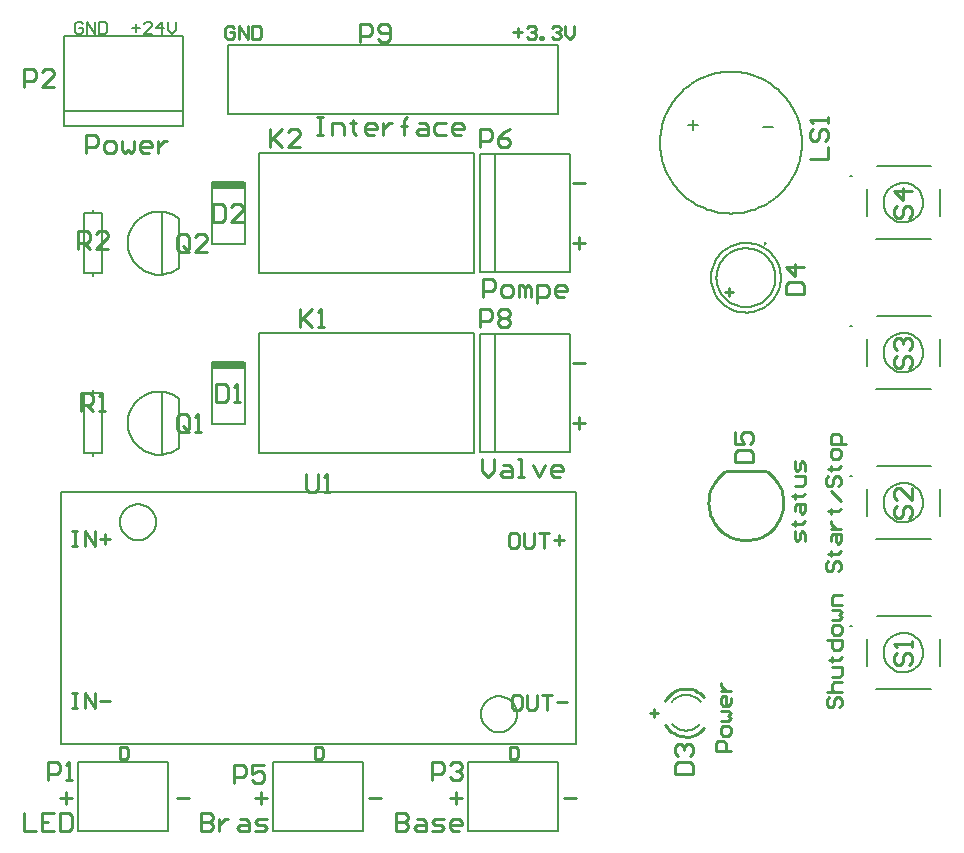
<source format=gto>
G04*
G04 #@! TF.GenerationSoftware,Altium Limited,Altium Designer,21.1.1 (26)*
G04*
G04 Layer_Color=65535*
%FSLAX25Y25*%
%MOIN*%
G70*
G04*
G04 #@! TF.SameCoordinates,592B810C-F54D-4935-B22E-3467A51DD14B*
G04*
G04*
G04 #@! TF.FilePolarity,Positive*
G04*
G01*
G75*
%ADD10C,0.00600*%
%ADD11C,0.01000*%
%ADD12C,0.00000*%
%ADD13C,0.00500*%
%ADD14C,0.00787*%
%ADD15C,0.00800*%
%ADD16C,0.00900*%
%ADD17R,0.11024X0.03150*%
D10*
X247354Y47527D02*
X246743Y48243D01*
X246027Y48854D01*
X245224Y49346D01*
X244354Y49706D01*
X243439Y49926D01*
X242500Y50000D01*
X242500D02*
X241579Y49929D01*
X240679Y49717D01*
X239823Y49370D01*
X239030Y48895D01*
X238319Y48304D01*
X237708Y47611D01*
X242500Y38000D02*
X243583Y38099D01*
X244631Y38391D01*
X245608Y38868D01*
X246483Y39513D01*
X247228Y40306D01*
X237772D02*
X238516Y39513D01*
X239392Y38868D01*
X240369Y38391D01*
X241417Y38099D01*
X242500Y38000D01*
D11*
X248628Y49142D02*
X247941Y49864D01*
X247170Y50495D01*
X246326Y51026D01*
X245423Y51447D01*
X244474Y51753D01*
X243495Y51938D01*
X242500Y52000D01*
X242500D02*
X241541Y51942D01*
X240595Y51770D01*
X239677Y51485D01*
X238799Y51092D01*
X237975Y50597D01*
X237217Y50007D01*
X236534Y49330D01*
X235938Y48576D01*
X235437Y47756D01*
X242500Y36000D02*
X243495Y36062D01*
X244474Y36247D01*
X245423Y36553D01*
X246326Y36974D01*
X247170Y37505D01*
X247941Y38136D01*
X248628Y38858D01*
X235572Y40000D02*
X236153Y39130D01*
X236843Y38343D01*
X237630Y37653D01*
X238500Y37072D01*
X239438Y36609D01*
X240429Y36273D01*
X241456Y36068D01*
X242500Y36000D01*
X256069Y124719D02*
X255233Y124170D01*
X254443Y123557D01*
X253705Y122882D01*
X253023Y122151D01*
X252402Y121368D01*
X251846Y120537D01*
X251357Y119665D01*
X250940Y118756D01*
X250597Y117817D01*
X250330Y116853D01*
X250141Y115872D01*
X250031Y114878D01*
X250001Y113878D01*
X250050Y112880D01*
X250180Y111888D01*
X250388Y110910D01*
X250674Y109952D01*
X251035Y109020D01*
X251469Y108120D01*
X251975Y107257D01*
X252547Y106437D01*
X253184Y105666D01*
X253879Y104948D01*
X254630Y104288D01*
X255432Y103690D01*
X256278Y103158D01*
X257165Y102696D01*
X258085Y102305D01*
X259034Y101990D01*
X260005Y101751D01*
X260992Y101591D01*
X261988Y101511D01*
X262988Y101509D01*
X263985Y101588D01*
X264972Y101747D01*
X265944Y101984D01*
X266893Y102297D01*
X267814Y102686D01*
X268702Y103147D01*
X269549Y103677D01*
X270352Y104274D01*
X271104Y104932D01*
X271801Y105649D01*
X272439Y106419D01*
X273013Y107238D01*
X273520Y108099D01*
X273956Y108999D01*
X274319Y109931D01*
X274606Y110888D01*
X274816Y111866D01*
X274948Y112857D01*
X274999Y113855D01*
X274971Y114855D01*
X274863Y115849D01*
X274675Y116831D01*
X274410Y117795D01*
X274069Y118735D01*
X273653Y119644D01*
X273166Y120517D01*
X272611Y121349D01*
X271992Y122134D01*
X271311Y122866D01*
X270574Y123542D01*
X269786Y124157D01*
X268951Y124707D01*
X256069Y124719D02*
X268939D01*
X230500Y43833D02*
X233166D01*
X231833Y45166D02*
Y42500D01*
X256833Y185500D02*
Y182834D01*
X258166Y184167D02*
X255500D01*
X185999Y103998D02*
X184333D01*
X183500Y103165D01*
Y99833D01*
X184333Y99000D01*
X185999D01*
X186832Y99833D01*
Y103165D01*
X185999Y103998D01*
X188498D02*
Y99833D01*
X189331Y99000D01*
X190998D01*
X191831Y99833D01*
Y103998D01*
X193497D02*
X196829D01*
X195163D01*
Y99000D01*
X198495Y101499D02*
X201827D01*
X200161Y103165D02*
Y99833D01*
X186999Y49998D02*
X185333D01*
X184500Y49165D01*
Y45833D01*
X185333Y45000D01*
X186999D01*
X187832Y45833D01*
Y49165D01*
X186999Y49998D01*
X189498D02*
Y45833D01*
X190331Y45000D01*
X191998D01*
X192831Y45833D01*
Y49998D01*
X194497D02*
X197829D01*
X196163D01*
Y45000D01*
X199495Y47499D02*
X202827D01*
X38000Y50498D02*
X39666D01*
X38833D01*
Y45500D01*
X38000D01*
X39666D01*
X42165D02*
Y50498D01*
X45498Y45500D01*
Y50498D01*
X47164Y47999D02*
X50496D01*
X38000Y104498D02*
X39666D01*
X38833D01*
Y99500D01*
X38000D01*
X39666D01*
X42165D02*
Y104498D01*
X45498Y99500D01*
Y104498D01*
X47164Y101999D02*
X50496D01*
X48830Y103665D02*
Y100333D01*
X91999Y272249D02*
X91249Y272998D01*
X89750D01*
X89000Y272249D01*
Y269250D01*
X89750Y268500D01*
X91249D01*
X91999Y269250D01*
Y270749D01*
X90500D01*
X93499Y268500D02*
Y272998D01*
X96498Y268500D01*
Y272998D01*
X97997D02*
Y268500D01*
X100246D01*
X100996Y269250D01*
Y272249D01*
X100246Y272998D01*
X97997D01*
X185000Y270749D02*
X187999D01*
X186500Y272249D02*
Y269250D01*
X189499Y272249D02*
X190248Y272998D01*
X191748D01*
X192498Y272249D01*
Y271499D01*
X191748Y270749D01*
X190998D01*
X191748D01*
X192498Y270000D01*
Y269250D01*
X191748Y268500D01*
X190248D01*
X189499Y269250D01*
X193997Y268500D02*
Y269250D01*
X194747D01*
Y268500D01*
X193997D01*
X197746Y272249D02*
X198496Y272998D01*
X199995D01*
X200745Y272249D01*
Y271499D01*
X199995Y270749D01*
X199245D01*
X199995D01*
X200745Y270000D01*
Y269250D01*
X199995Y268500D01*
X198496D01*
X197746Y269250D01*
X202244Y272998D02*
Y270000D01*
X203744Y268500D01*
X205243Y270000D01*
Y272998D01*
X205000Y200499D02*
X208999D01*
X206999Y202499D02*
Y198500D01*
X205000Y220500D02*
X208999D01*
X205000Y160500D02*
X208999D01*
X205000Y140499D02*
X208999D01*
X206999Y142499D02*
Y138500D01*
X34000Y15499D02*
X37999D01*
X35999Y17499D02*
Y13500D01*
X99000Y15499D02*
X102999D01*
X100999Y17499D02*
Y13500D01*
X164000Y15499D02*
X167999D01*
X165999Y17499D02*
Y13500D01*
X202000Y15500D02*
X205999D01*
X137000D02*
X140999D01*
X73000D02*
X76999D01*
X54000Y32499D02*
Y28500D01*
X55999D01*
X56666Y29166D01*
Y31832D01*
X55999Y32499D01*
X54000D01*
X119000D02*
Y28500D01*
X120999D01*
X121666Y29166D01*
Y31832D01*
X120999Y32499D01*
X119000D01*
X184000D02*
Y28500D01*
X185999D01*
X186666Y29166D01*
Y31832D01*
X185999Y32499D01*
X184000D01*
X239001Y23502D02*
X244999D01*
Y26501D01*
X243999Y27500D01*
X240001D01*
X239001Y26501D01*
Y23502D01*
X240001Y29500D02*
X239001Y30499D01*
Y32499D01*
X240001Y33498D01*
X241000D01*
X242000Y32499D01*
Y31499D01*
Y32499D01*
X243000Y33498D01*
X243999D01*
X244999Y32499D01*
Y30499D01*
X243999Y29500D01*
X276001Y183502D02*
X281999D01*
Y186501D01*
X280999Y187500D01*
X277001D01*
X276001Y186501D01*
Y183502D01*
X281999Y192499D02*
X276001D01*
X279000Y189500D01*
Y193498D01*
X259001Y127502D02*
X264999D01*
Y130501D01*
X263999Y131500D01*
X260001D01*
X259001Y130501D01*
Y127502D01*
Y137498D02*
Y133500D01*
X262000D01*
X261000Y135499D01*
Y136499D01*
X262000Y137498D01*
X263999D01*
X264999Y136499D01*
Y134499D01*
X263999Y133500D01*
X284001Y228502D02*
X289999D01*
Y232501D01*
X285001Y238499D02*
X284001Y237499D01*
Y235500D01*
X285001Y234500D01*
X286000D01*
X287000Y235500D01*
Y237499D01*
X288000Y238499D01*
X288999D01*
X289999Y237499D01*
Y235500D01*
X288999Y234500D01*
X289999Y240498D02*
Y242498D01*
Y241498D01*
X284001D01*
X285001Y240498D01*
X313001Y64000D02*
X312001Y63000D01*
Y61001D01*
X313001Y60001D01*
X314000D01*
X315000Y61001D01*
Y63000D01*
X316000Y64000D01*
X316999D01*
X317999Y63000D01*
Y61001D01*
X316999Y60001D01*
X317999Y65999D02*
Y67999D01*
Y66999D01*
X312001D01*
X313001Y65999D01*
Y113000D02*
X312001Y112001D01*
Y110001D01*
X313001Y109002D01*
X314000D01*
X315000Y110001D01*
Y112001D01*
X316000Y113000D01*
X316999D01*
X317999Y112001D01*
Y110001D01*
X316999Y109002D01*
X317999Y118998D02*
Y115000D01*
X314000Y118998D01*
X313001D01*
X312001Y117999D01*
Y115999D01*
X313001Y115000D01*
Y213000D02*
X312001Y212001D01*
Y210001D01*
X313001Y209002D01*
X314000D01*
X315000Y210001D01*
Y212001D01*
X316000Y213000D01*
X316999D01*
X317999Y212001D01*
Y210001D01*
X316999Y209002D01*
X317999Y217999D02*
X312001D01*
X315000Y215000D01*
Y218998D01*
X313001Y163000D02*
X312001Y162001D01*
Y160001D01*
X313001Y159002D01*
X314000D01*
X315000Y160001D01*
Y162001D01*
X316000Y163000D01*
X316999D01*
X317999Y162001D01*
Y160001D01*
X316999Y159002D01*
X313001Y165000D02*
X312001Y165999D01*
Y167999D01*
X313001Y168998D01*
X314000D01*
X315000Y167999D01*
Y166999D01*
Y167999D01*
X316000Y168998D01*
X316999D01*
X317999Y167999D01*
Y165999D01*
X316999Y165000D01*
X86001Y153499D02*
Y147501D01*
X89000D01*
X90000Y148501D01*
Y152499D01*
X89000Y153499D01*
X86001D01*
X91999Y147501D02*
X93999D01*
X92999D01*
Y153499D01*
X91999Y152499D01*
X85002Y213499D02*
Y207501D01*
X88001D01*
X89000Y208501D01*
Y212499D01*
X88001Y213499D01*
X85002D01*
X94998Y207501D02*
X91000D01*
X94998Y211500D01*
Y212499D01*
X93999Y213499D01*
X91999D01*
X91000Y212499D01*
X114001Y178499D02*
Y172501D01*
Y174500D01*
X118000Y178499D01*
X115001Y175500D01*
X118000Y172501D01*
X119999D02*
X121999D01*
X120999D01*
Y178499D01*
X119999Y177499D01*
X104002Y238499D02*
Y232501D01*
Y234500D01*
X108000Y238499D01*
X105001Y235500D01*
X108000Y232501D01*
X113998D02*
X110000D01*
X113998Y236500D01*
Y237499D01*
X112999Y238499D01*
X110999D01*
X110000Y237499D01*
X22002Y252501D02*
Y258499D01*
X25001D01*
X26000Y257499D01*
Y255500D01*
X25001Y254500D01*
X22002D01*
X31998Y252501D02*
X28000D01*
X31998Y256500D01*
Y257499D01*
X30999Y258499D01*
X28999D01*
X28000Y257499D01*
X42504Y230501D02*
Y236499D01*
X45503D01*
X46503Y235499D01*
Y233500D01*
X45503Y232500D01*
X42504D01*
X49502Y230501D02*
X51502D01*
X52501Y231501D01*
Y233500D01*
X51502Y234500D01*
X49502D01*
X48502Y233500D01*
Y231501D01*
X49502Y230501D01*
X54501Y234500D02*
Y231501D01*
X55500Y230501D01*
X56500Y231501D01*
X57499Y230501D01*
X58499Y231501D01*
Y234500D01*
X63498Y230501D02*
X61498D01*
X60499Y231501D01*
Y233500D01*
X61498Y234500D01*
X63498D01*
X64497Y233500D01*
Y232500D01*
X60499D01*
X66497Y234500D02*
Y230501D01*
Y232500D01*
X67496Y233500D01*
X68496Y234500D01*
X69496D01*
X158002Y21501D02*
Y27499D01*
X161001D01*
X162000Y26499D01*
Y24500D01*
X161001Y23500D01*
X158002D01*
X164000Y26499D02*
X164999Y27499D01*
X166999D01*
X167998Y26499D01*
Y25500D01*
X166999Y24500D01*
X165999D01*
X166999D01*
X167998Y23500D01*
Y22501D01*
X166999Y21501D01*
X164999D01*
X164000Y22501D01*
X146004Y10499D02*
Y4501D01*
X149003D01*
X150002Y5501D01*
Y6500D01*
X149003Y7500D01*
X146004D01*
X149003D01*
X150002Y8500D01*
Y9499D01*
X149003Y10499D01*
X146004D01*
X153001Y8500D02*
X155001D01*
X156000Y7500D01*
Y4501D01*
X153001D01*
X152002Y5501D01*
X153001Y6500D01*
X156000D01*
X158000Y4501D02*
X160999D01*
X161998Y5501D01*
X160999Y6500D01*
X158999D01*
X158000Y7500D01*
X158999Y8500D01*
X161998D01*
X166997Y4501D02*
X164997D01*
X163998Y5501D01*
Y7500D01*
X164997Y8500D01*
X166997D01*
X167997Y7500D01*
Y6500D01*
X163998D01*
X92002Y20501D02*
Y26499D01*
X95001D01*
X96000Y25499D01*
Y23500D01*
X95001Y22500D01*
X92002D01*
X101998Y26499D02*
X98000D01*
Y23500D01*
X99999Y24500D01*
X100999D01*
X101998Y23500D01*
Y21501D01*
X100999Y20501D01*
X98999D01*
X98000Y21501D01*
X81004Y10499D02*
Y4501D01*
X84003D01*
X85002Y5501D01*
Y6500D01*
X84003Y7500D01*
X81004D01*
X84003D01*
X85002Y8500D01*
Y9499D01*
X84003Y10499D01*
X81004D01*
X87002Y8500D02*
Y4501D01*
Y6500D01*
X88001Y7500D01*
X89001Y8500D01*
X90001D01*
X93999D02*
X95999D01*
X96998Y7500D01*
Y4501D01*
X93999D01*
X93000Y5501D01*
X93999Y6500D01*
X96998D01*
X98998Y4501D02*
X101997D01*
X102997Y5501D01*
X101997Y6500D01*
X99997D01*
X98998Y7500D01*
X99997Y8500D01*
X102997D01*
X174002Y232501D02*
Y238499D01*
X177001D01*
X178000Y237499D01*
Y235500D01*
X177001Y234500D01*
X174002D01*
X183998Y238499D02*
X181999Y237499D01*
X180000Y235500D01*
Y233501D01*
X180999Y232501D01*
X182999D01*
X183998Y233501D01*
Y234500D01*
X182999Y235500D01*
X180000D01*
X175004Y182501D02*
Y188499D01*
X178004D01*
X179003Y187499D01*
Y185500D01*
X178004Y184500D01*
X175004D01*
X182002Y182501D02*
X184002D01*
X185001Y183500D01*
Y185500D01*
X184002Y186499D01*
X182002D01*
X181003Y185500D01*
Y183500D01*
X182002Y182501D01*
X187001D02*
Y186499D01*
X188000D01*
X189000Y185500D01*
Y182501D01*
Y185500D01*
X190000Y186499D01*
X190999Y185500D01*
Y182501D01*
X192999Y180501D02*
Y186499D01*
X195998D01*
X196997Y185500D01*
Y183500D01*
X195998Y182501D01*
X192999D01*
X201996D02*
X199996D01*
X198997Y183500D01*
Y185500D01*
X199996Y186499D01*
X201996D01*
X202995Y185500D01*
Y184500D01*
X198997D01*
X174002Y172501D02*
Y178499D01*
X177001D01*
X178000Y177499D01*
Y175500D01*
X177001Y174500D01*
X174002D01*
X180000Y177499D02*
X180999Y178499D01*
X182999D01*
X183998Y177499D01*
Y176500D01*
X182999Y175500D01*
X183998Y174500D01*
Y173501D01*
X182999Y172501D01*
X180999D01*
X180000Y173501D01*
Y174500D01*
X180999Y175500D01*
X180000Y176500D01*
Y177499D01*
X180999Y175500D02*
X182999D01*
X174504Y128499D02*
Y124500D01*
X176504Y122501D01*
X178503Y124500D01*
Y128499D01*
X181502Y126500D02*
X183502D01*
X184501Y125500D01*
Y122501D01*
X181502D01*
X180502Y123501D01*
X181502Y124500D01*
X184501D01*
X186501Y122501D02*
X188500D01*
X187500D01*
Y128499D01*
X186501D01*
X191499Y126500D02*
X193498Y122501D01*
X195498Y126500D01*
X200496Y122501D02*
X198497D01*
X197497Y123501D01*
Y125500D01*
X198497Y126500D01*
X200496D01*
X201496Y125500D01*
Y124500D01*
X197497D01*
X134002Y267501D02*
Y273499D01*
X137001D01*
X138000Y272499D01*
Y270500D01*
X137001Y269500D01*
X134002D01*
X140000Y268501D02*
X140999Y267501D01*
X142999D01*
X143998Y268501D01*
Y272499D01*
X142999Y273499D01*
X140999D01*
X140000Y272499D01*
Y271500D01*
X140999Y270500D01*
X143998D01*
X119508Y242499D02*
X121507D01*
X120508D01*
Y236501D01*
X119508D01*
X121507D01*
X124506D02*
Y240500D01*
X127505D01*
X128505Y239500D01*
Y236501D01*
X131504Y241499D02*
Y240500D01*
X130504D01*
X132504D01*
X131504D01*
Y237501D01*
X132504Y236501D01*
X138502D02*
X136502D01*
X135503Y237501D01*
Y239500D01*
X136502Y240500D01*
X138502D01*
X139502Y239500D01*
Y238500D01*
X135503D01*
X141501Y240500D02*
Y236501D01*
Y238500D01*
X142500Y239500D01*
X143500Y240500D01*
X144500D01*
X148499Y236501D02*
Y241499D01*
Y239500D01*
X147499D01*
X149498D01*
X148499D01*
Y241499D01*
X149498Y242499D01*
X153497Y240500D02*
X155496D01*
X156496Y239500D01*
Y236501D01*
X153497D01*
X152497Y237501D01*
X153497Y238500D01*
X156496D01*
X162494Y240500D02*
X159495D01*
X158495Y239500D01*
Y237501D01*
X159495Y236501D01*
X162494D01*
X167492D02*
X165493D01*
X164493Y237501D01*
Y239500D01*
X165493Y240500D01*
X167492D01*
X168492Y239500D01*
Y238500D01*
X164493D01*
X77000Y138501D02*
Y142499D01*
X76000Y143499D01*
X74001D01*
X73001Y142499D01*
Y138501D01*
X74001Y137501D01*
X76000D01*
X75001Y139500D02*
X77000Y137501D01*
X76000D02*
X77000Y138501D01*
X78999Y137501D02*
X80999D01*
X79999D01*
Y143499D01*
X78999Y142499D01*
X77000Y198501D02*
Y202499D01*
X76001Y203499D01*
X74001D01*
X73002Y202499D01*
Y198501D01*
X74001Y197501D01*
X76001D01*
X75001Y199500D02*
X77000Y197501D01*
X76001D02*
X77000Y198501D01*
X82998Y197501D02*
X79000D01*
X82998Y201500D01*
Y202499D01*
X81999Y203499D01*
X79999D01*
X79000Y202499D01*
X41001Y144501D02*
Y150499D01*
X44000D01*
X45000Y149499D01*
Y147500D01*
X44000Y146500D01*
X41001D01*
X43001D02*
X45000Y144501D01*
X46999D02*
X48999D01*
X47999D01*
Y150499D01*
X46999Y149499D01*
X40002Y198501D02*
Y204499D01*
X43001D01*
X44000Y203499D01*
Y201500D01*
X43001Y200500D01*
X40002D01*
X42001D02*
X44000Y198501D01*
X49998D02*
X46000D01*
X49998Y202500D01*
Y203499D01*
X48999Y204499D01*
X46999D01*
X46000Y203499D01*
X116001Y123499D02*
Y118501D01*
X117001Y117501D01*
X119000D01*
X120000Y118501D01*
Y123499D01*
X121999Y117501D02*
X123999D01*
X122999D01*
Y123499D01*
X121999Y122499D01*
X30001Y21501D02*
Y27499D01*
X33000D01*
X34000Y26499D01*
Y24500D01*
X33000Y23500D01*
X30001D01*
X35999Y21501D02*
X37999D01*
X36999D01*
Y27499D01*
X35999Y26499D01*
X22003Y10499D02*
Y4501D01*
X26001D01*
X31999Y10499D02*
X28001D01*
Y4501D01*
X31999D01*
X28001Y7500D02*
X30000D01*
X33999Y10499D02*
Y4501D01*
X36998D01*
X37997Y5501D01*
Y9499D01*
X36998Y10499D01*
X33999D01*
D12*
X269299Y200417D02*
X268549Y200850D01*
Y199984D01*
X269299Y200417D01*
D13*
X272342Y189000D02*
X272292Y189996D01*
X272141Y190981D01*
X271891Y191946D01*
X271545Y192882D01*
X271106Y193777D01*
X270578Y194623D01*
X269968Y195411D01*
X269281Y196134D01*
X268525Y196783D01*
X267706Y197353D01*
X266835Y197837D01*
X265918Y198230D01*
X264967Y198528D01*
X263990Y198729D01*
X262999Y198830D01*
X262001D01*
X261010Y198729D01*
X260033Y198528D01*
X259082Y198230D01*
X258165Y197837D01*
X257294Y197353D01*
X256475Y196783D01*
X255719Y196134D01*
X255032Y195411D01*
X254422Y194623D01*
X253894Y193777D01*
X253455Y192881D01*
X253109Y191946D01*
X252859Y190981D01*
X252708Y189996D01*
X252658Y189000D01*
X252708Y188004D01*
X252859Y187019D01*
X253109Y186054D01*
X253455Y185118D01*
X253894Y184223D01*
X254422Y183377D01*
X255032Y182589D01*
X255719Y181866D01*
X256475Y181217D01*
X257294Y180647D01*
X258165Y180163D01*
X259082Y179770D01*
X260033Y179472D01*
X261010Y179271D01*
X262001Y179170D01*
X262999D01*
X263990Y179271D01*
X264967Y179472D01*
X265918Y179770D01*
X266835Y180163D01*
X267706Y180647D01*
X268525Y181217D01*
X269281Y181866D01*
X269968Y182589D01*
X270578Y183377D01*
X271106Y184223D01*
X271545Y185119D01*
X271891Y186054D01*
X272141Y187019D01*
X272292Y188004D01*
X272342Y189000D01*
X274114D02*
X274071Y189998D01*
X273942Y190989D01*
X273729Y191966D01*
X273433Y192920D01*
X273055Y193845D01*
X272600Y194735D01*
X272069Y195582D01*
X271468Y196380D01*
X270800Y197124D01*
X270071Y197807D01*
X269286Y198425D01*
X268451Y198974D01*
X267571Y199449D01*
X266654Y199846D01*
X265707Y200163D01*
X264735Y200397D01*
X263747Y200547D01*
X262750Y200611D01*
X261751Y200590D01*
X260757Y200483D01*
X259777Y200290D01*
X258816Y200014D01*
X257883Y199657D01*
X256984Y199221D01*
X256126Y198709D01*
X255315Y198125D01*
X254557Y197473D01*
X253858Y196759D01*
X253223Y195987D01*
X252657Y195164D01*
X252163Y194295D01*
X251746Y193387D01*
X251409Y192446D01*
X251154Y191480D01*
X250982Y190495D01*
X250897Y189500D01*
Y188500D01*
X250982Y187505D01*
X251154Y186520D01*
X251409Y185554D01*
X251746Y184613D01*
X252163Y183705D01*
X252657Y182836D01*
X253223Y182013D01*
X253858Y181241D01*
X254557Y180527D01*
X255315Y179875D01*
X256126Y179291D01*
X256984Y178779D01*
X257883Y178343D01*
X258816Y177986D01*
X259776Y177710D01*
X260757Y177517D01*
X261751Y177410D01*
X262750Y177389D01*
X263747Y177453D01*
X264735Y177603D01*
X265707Y177837D01*
X266654Y178154D01*
X267571Y178551D01*
X268451Y179026D01*
X269286Y179575D01*
X270071Y180193D01*
X270800Y180876D01*
X271468Y181620D01*
X272069Y182418D01*
X272600Y183265D01*
X273055Y184155D01*
X273433Y185080D01*
X273729Y186034D01*
X273942Y187011D01*
X274071Y188002D01*
X274114Y189000D01*
X321595Y64000D02*
X321517Y65007D01*
X321287Y65990D01*
X320910Y66926D01*
X320394Y67794D01*
X319752Y68573D01*
X318998Y69245D01*
X318150Y69793D01*
X317229Y70206D01*
X316255Y70474D01*
X315253Y70590D01*
X314244Y70551D01*
X313253Y70359D01*
X312302Y70017D01*
X311416Y69535D01*
X310613Y68923D01*
X309912Y68196D01*
X309332Y67370D01*
X308884Y66465D01*
X308579Y65503D01*
X308425Y64505D01*
Y63495D01*
X308579Y62497D01*
X308884Y61535D01*
X309332Y60630D01*
X309912Y59804D01*
X310613Y59077D01*
X311416Y58465D01*
X312302Y57982D01*
X313253Y57641D01*
X314244Y57449D01*
X315253Y57410D01*
X316255Y57526D01*
X317229Y57794D01*
X318150Y58207D01*
X318998Y58755D01*
X319752Y59427D01*
X320394Y60206D01*
X320910Y61074D01*
X321287Y62010D01*
X321517Y62993D01*
X321595Y64000D01*
Y114000D02*
X321517Y115007D01*
X321287Y115990D01*
X320910Y116926D01*
X320394Y117794D01*
X319752Y118573D01*
X318998Y119245D01*
X318150Y119793D01*
X317229Y120206D01*
X316255Y120474D01*
X315253Y120590D01*
X314244Y120551D01*
X313253Y120359D01*
X312302Y120018D01*
X311416Y119535D01*
X310613Y118923D01*
X309912Y118196D01*
X309332Y117370D01*
X308884Y116465D01*
X308579Y115503D01*
X308425Y114505D01*
Y113495D01*
X308579Y112497D01*
X308884Y111535D01*
X309332Y110630D01*
X309912Y109804D01*
X310613Y109077D01*
X311416Y108465D01*
X312302Y107983D01*
X313253Y107641D01*
X314244Y107449D01*
X315253Y107410D01*
X316255Y107526D01*
X317229Y107794D01*
X318150Y108207D01*
X318998Y108755D01*
X319752Y109427D01*
X320394Y110206D01*
X320910Y111074D01*
X321287Y112010D01*
X321517Y112993D01*
X321595Y114000D01*
Y214000D02*
X321517Y215007D01*
X321287Y215990D01*
X320910Y216926D01*
X320394Y217794D01*
X319752Y218573D01*
X318998Y219245D01*
X318150Y219793D01*
X317229Y220206D01*
X316255Y220474D01*
X315253Y220590D01*
X314244Y220551D01*
X313253Y220359D01*
X312302Y220018D01*
X311416Y219535D01*
X310613Y218923D01*
X309912Y218196D01*
X309332Y217370D01*
X308884Y216465D01*
X308579Y215503D01*
X308425Y214505D01*
Y213495D01*
X308579Y212497D01*
X308884Y211535D01*
X309332Y210630D01*
X309912Y209804D01*
X310613Y209077D01*
X311416Y208465D01*
X312302Y207982D01*
X313253Y207641D01*
X314244Y207449D01*
X315253Y207410D01*
X316255Y207526D01*
X317229Y207794D01*
X318150Y208207D01*
X318998Y208755D01*
X319752Y209427D01*
X320394Y210206D01*
X320910Y211074D01*
X321287Y212010D01*
X321517Y212993D01*
X321595Y214000D01*
Y164000D02*
X321517Y165007D01*
X321287Y165990D01*
X320910Y166926D01*
X320394Y167794D01*
X319752Y168573D01*
X318998Y169245D01*
X318150Y169793D01*
X317229Y170206D01*
X316255Y170474D01*
X315253Y170590D01*
X314244Y170551D01*
X313253Y170359D01*
X312302Y170018D01*
X311416Y169535D01*
X310613Y168923D01*
X309912Y168196D01*
X309332Y167370D01*
X308884Y166465D01*
X308579Y165503D01*
X308425Y164505D01*
Y163495D01*
X308579Y162497D01*
X308884Y161535D01*
X309332Y160630D01*
X309912Y159804D01*
X310613Y159077D01*
X311416Y158465D01*
X312302Y157983D01*
X313253Y157641D01*
X314244Y157449D01*
X315253Y157410D01*
X316255Y157526D01*
X317229Y157794D01*
X318150Y158207D01*
X318998Y158755D01*
X319752Y159427D01*
X320394Y160206D01*
X320910Y161074D01*
X321287Y162010D01*
X321517Y162993D01*
X321595Y164000D01*
X67884Y130040D02*
X68882Y130176D01*
X69863Y130407D01*
X70817Y130730D01*
X71736Y131144D01*
X72610Y131644D01*
X73433Y132226D01*
X56927Y137430D02*
X57273Y136470D01*
X57710Y135547D01*
X58234Y134672D01*
X58841Y133852D01*
X59525Y133094D01*
X60279Y132406D01*
X61097Y131795D01*
X61970Y131266D01*
X62890Y130824D01*
X63849Y130474D01*
X64837Y130219D01*
X65845Y130060D01*
X66864Y130000D01*
X67884Y130040D01*
X73433Y148774D02*
X72602Y149360D01*
X71719Y149864D01*
X70791Y150279D01*
X69827Y150603D01*
X68837Y150832D01*
X67829Y150965D01*
X66813Y150999D01*
X65798Y150934D01*
X64794Y150772D01*
X63811Y150514D01*
X62858Y150162D01*
X61942Y149719D01*
X61074Y149189D01*
X60262Y148579D01*
X59512Y147892D01*
X58832Y147136D01*
X58228Y146318D01*
X57706Y145446D01*
X57271Y144527D01*
X56928Y143570D01*
X56927Y143570D02*
X56673Y142563D01*
X56520Y141537D01*
X56468Y140500D01*
X56520Y139463D01*
X56673Y138436D01*
X56927Y137430D01*
X67884Y190040D02*
X68882Y190176D01*
X69863Y190407D01*
X70817Y190731D01*
X71736Y191144D01*
X72610Y191644D01*
X73433Y192226D01*
X56927Y197430D02*
X57273Y196470D01*
X57710Y195547D01*
X58234Y194672D01*
X58841Y193851D01*
X59525Y193094D01*
X60279Y192406D01*
X61097Y191795D01*
X61970Y191266D01*
X62890Y190824D01*
X63849Y190474D01*
X64837Y190219D01*
X65845Y190060D01*
X66864Y190000D01*
X67884Y190040D01*
X73433Y208774D02*
X72602Y209360D01*
X71719Y209864D01*
X70791Y210279D01*
X69827Y210603D01*
X68837Y210832D01*
X67829Y210965D01*
X66813Y210999D01*
X65798Y210934D01*
X64794Y210772D01*
X63811Y210514D01*
X62858Y210162D01*
X61942Y209719D01*
X61074Y209189D01*
X60262Y208579D01*
X59512Y207892D01*
X58832Y207136D01*
X58228Y206318D01*
X57706Y205446D01*
X57271Y204527D01*
X56928Y203570D01*
X56927Y203570D02*
X56673Y202564D01*
X56520Y201537D01*
X56468Y200500D01*
X56520Y199463D01*
X56673Y198436D01*
X56927Y197430D01*
X65850Y107500D02*
X65768Y108488D01*
X65525Y109448D01*
X65127Y110356D01*
X64585Y111185D01*
X63914Y111914D01*
X63132Y112523D01*
X62260Y112995D01*
X61323Y113316D01*
X60346Y113479D01*
X59355D01*
X58377Y113316D01*
X57440Y112995D01*
X56568Y112523D01*
X55786Y111914D01*
X55115Y111185D01*
X54573Y110356D01*
X54175Y109448D01*
X53932Y108488D01*
X53850Y107500D01*
X53932Y106512D01*
X54175Y105552D01*
X54573Y104644D01*
X55115Y103815D01*
X55786Y103086D01*
X56568Y102477D01*
X57440Y102005D01*
X58377Y101684D01*
X59355Y101521D01*
X60346D01*
X61323Y101684D01*
X62260Y102005D01*
X63132Y102477D01*
X63914Y103086D01*
X64585Y103815D01*
X65127Y104644D01*
X65525Y105552D01*
X65768Y106512D01*
X65850Y107500D01*
X186150Y43500D02*
X186068Y44488D01*
X185825Y45448D01*
X185427Y46356D01*
X184885Y47185D01*
X184214Y47914D01*
X183432Y48523D01*
X182560Y48995D01*
X181623Y49316D01*
X180646Y49479D01*
X179655D01*
X178677Y49316D01*
X177740Y48995D01*
X176868Y48523D01*
X176086Y47914D01*
X175415Y47185D01*
X174873Y46356D01*
X174475Y45448D01*
X174232Y44488D01*
X174150Y43500D01*
X174232Y42512D01*
X174475Y41552D01*
X174873Y40644D01*
X175415Y39815D01*
X176086Y39086D01*
X176868Y38477D01*
X177740Y38005D01*
X178677Y37684D01*
X179655Y37521D01*
X180646D01*
X181623Y37684D01*
X182560Y38005D01*
X183432Y38477D01*
X184214Y39086D01*
X184885Y39815D01*
X185427Y40644D01*
X185825Y41552D01*
X186068Y42512D01*
X186150Y43500D01*
X305945Y51795D02*
X324055D01*
X302795Y59472D02*
Y68528D01*
X327205Y59472D02*
Y68528D01*
X306339Y76205D02*
X324055D01*
X305945Y101795D02*
X324055D01*
X302795Y109472D02*
Y118528D01*
X327205Y109472D02*
Y118528D01*
X306339Y126205D02*
X324055D01*
X306339Y226205D02*
X324055D01*
X327205Y209472D02*
Y218528D01*
X302795Y209472D02*
Y218528D01*
X305945Y201795D02*
X324055D01*
X305945Y151795D02*
X324055D01*
X302795Y159472D02*
Y168528D01*
X327205Y159472D02*
Y168528D01*
X306339Y176205D02*
X324055D01*
X100079Y130500D02*
Y170579D01*
X171732D01*
Y130500D02*
Y170579D01*
X100079Y130500D02*
X171732D01*
X100079Y190500D02*
Y230579D01*
X171732D01*
Y190500D02*
Y230579D01*
X100079Y190500D02*
X171732D01*
X73469Y132254D02*
Y148746D01*
X67969Y130048D02*
Y150952D01*
X73469Y192254D02*
Y208746D01*
X67969Y190048D02*
Y210952D01*
D14*
X281122Y234000D02*
X281101Y235003D01*
X281037Y236003D01*
X280931Y237000D01*
X280782Y237992D01*
X280592Y238977D01*
X280360Y239952D01*
X280087Y240917D01*
X279773Y241869D01*
X279419Y242808D01*
X279025Y243730D01*
X278593Y244635D01*
X278122Y245520D01*
X277615Y246385D01*
X277071Y247228D01*
X276492Y248046D01*
X275879Y248840D01*
X275233Y249606D01*
X274554Y250345D01*
X273845Y251054D01*
X273107Y251732D01*
X272340Y252379D01*
X271547Y252992D01*
X270728Y253571D01*
X269885Y254115D01*
X269020Y254622D01*
X268135Y255093D01*
X267230Y255525D01*
X266308Y255919D01*
X265370Y256273D01*
X264417Y256587D01*
X263452Y256860D01*
X262477Y257092D01*
X261492Y257282D01*
X260501Y257431D01*
X259503Y257537D01*
X258503Y257601D01*
X257500Y257622D01*
X256498Y257601D01*
X255497Y257537D01*
X254500Y257431D01*
X253508Y257282D01*
X252523Y257092D01*
X251548Y256860D01*
X250583Y256587D01*
X249631Y256273D01*
X248692Y255919D01*
X247770Y255525D01*
X246865Y255093D01*
X245980Y254622D01*
X245115Y254115D01*
X244272Y253571D01*
X243454Y252992D01*
X242660Y252379D01*
X241894Y251732D01*
X241155Y251054D01*
X240446Y250345D01*
X239768Y249606D01*
X239121Y248840D01*
X238508Y248046D01*
X237929Y247228D01*
X237385Y246385D01*
X236878Y245520D01*
X236407Y244635D01*
X235975Y243730D01*
X235581Y242808D01*
X235227Y241869D01*
X234913Y240917D01*
X234640Y239952D01*
X234408Y238977D01*
X234218Y237992D01*
X234069Y237000D01*
X233963Y236003D01*
X233899Y235002D01*
X233878Y234000D01*
X233899Y232997D01*
X233963Y231997D01*
X234069Y230999D01*
X234218Y230008D01*
X234408Y229023D01*
X234640Y228048D01*
X234913Y227083D01*
X235227Y226131D01*
X235581Y225192D01*
X235975Y224270D01*
X236407Y223365D01*
X236878Y222480D01*
X237385Y221615D01*
X237929Y220772D01*
X238508Y219953D01*
X239121Y219160D01*
X239768Y218393D01*
X240446Y217655D01*
X241155Y216946D01*
X241894Y216267D01*
X242660Y215621D01*
X243454Y215008D01*
X244272Y214429D01*
X245115Y213885D01*
X245980Y213378D01*
X246865Y212907D01*
X247770Y212475D01*
X248692Y212081D01*
X249631Y211727D01*
X250583Y211413D01*
X251548Y211140D01*
X252523Y210908D01*
X253508Y210718D01*
X254500Y210569D01*
X255497Y210463D01*
X256498Y210399D01*
X257500Y210378D01*
X258503Y210399D01*
X259503Y210463D01*
X260501Y210569D01*
X261492Y210718D01*
X262477Y210908D01*
X263452Y211140D01*
X264417Y211413D01*
X265370Y211727D01*
X266308Y212081D01*
X267230Y212475D01*
X268135Y212907D01*
X269021Y213378D01*
X269885Y213885D01*
X270728Y214429D01*
X271547Y215008D01*
X272340Y215621D01*
X273107Y216268D01*
X273845Y216946D01*
X274554Y217655D01*
X275233Y218394D01*
X275879Y219160D01*
X276492Y219954D01*
X277071Y220772D01*
X277615Y221615D01*
X278122Y222480D01*
X278593Y223365D01*
X279025Y224270D01*
X279419Y225192D01*
X279773Y226131D01*
X280087Y227083D01*
X280360Y228048D01*
X280592Y229023D01*
X280782Y230008D01*
X280931Y231000D01*
X281037Y231997D01*
X281101Y232997D01*
X281122Y234000D01*
X297894Y72858D02*
X297106D01*
X297894D01*
Y122858D02*
X297106D01*
X297894D01*
Y222858D02*
X297106D01*
X297894D01*
Y172858D02*
X297106D01*
X297894D01*
X95512Y140067D02*
Y160933D01*
X84488Y140067D02*
Y160933D01*
Y140067D02*
X95512D01*
Y200067D02*
Y220933D01*
X84488Y200067D02*
Y220933D01*
Y200067D02*
X95512D01*
X74700Y239500D02*
Y269500D01*
X35300D02*
X74700D01*
X35330Y239500D02*
X74700D01*
X35200D02*
Y269500D01*
X35500Y244500D02*
X74500D01*
X170000Y27500D02*
X200000D01*
Y4500D02*
Y27500D01*
X170000Y4500D02*
Y27500D01*
Y4500D02*
X200000D01*
X105000Y27500D02*
X135000D01*
Y4500D02*
Y27500D01*
X105000Y4500D02*
Y27500D01*
Y4500D02*
X135000D01*
X174000Y190800D02*
X204000D01*
Y230200D01*
X174000Y190800D02*
Y230170D01*
Y230300D02*
X204000D01*
X179000Y191000D02*
Y230000D01*
X174000Y130800D02*
X204000D01*
Y170200D01*
X174000Y130800D02*
Y170170D01*
Y170300D02*
X204000D01*
X179000Y131000D02*
Y170000D01*
X90000Y266500D02*
X200000D01*
Y243500D02*
Y266500D01*
X90000Y243500D02*
Y266500D01*
Y243500D02*
X200000D01*
X45000Y130500D02*
X48000D01*
Y150500D01*
X42000D02*
X48000D01*
X42000Y130500D02*
Y150500D01*
Y130500D02*
X45000D01*
Y150500D02*
Y151400D01*
Y129600D02*
Y130500D01*
Y190500D02*
X48000D01*
Y210500D01*
X42000D02*
X48000D01*
X42000Y190500D02*
Y210500D01*
Y190500D02*
X45000D01*
Y210500D02*
Y211400D01*
Y189600D02*
Y190500D01*
X34250Y33500D02*
Y117500D01*
X205750Y33500D02*
Y117500D01*
X34250D02*
X205750D01*
X34250Y33500D02*
X205750D01*
X40000Y4500D02*
X70000D01*
X40000D02*
Y27500D01*
X70000Y4500D02*
Y27500D01*
X40000D02*
X70000D01*
D15*
X243300Y239966D02*
X246632D01*
X244966Y241632D02*
Y238300D01*
X268300Y239300D02*
X271632D01*
X57800Y272299D02*
X60466D01*
X59133Y273632D02*
Y270966D01*
X64464Y270300D02*
X61799D01*
X64464Y272966D01*
Y273632D01*
X63798Y274299D01*
X62465D01*
X61799Y273632D01*
X67797Y270300D02*
Y274299D01*
X65797Y272299D01*
X68463D01*
X69796Y274299D02*
Y271633D01*
X71129Y270300D01*
X72462Y271633D01*
Y274299D01*
X41466Y273632D02*
X40799Y274299D01*
X39466D01*
X38800Y273632D01*
Y270966D01*
X39466Y270300D01*
X40799D01*
X41466Y270966D01*
Y272299D01*
X40133D01*
X42799Y270300D02*
Y274299D01*
X45465Y270300D01*
Y274299D01*
X46797D02*
Y270300D01*
X48797D01*
X49463Y270966D01*
Y273632D01*
X48797Y274299D01*
X46797D01*
D16*
X257499Y31254D02*
X252501D01*
Y33753D01*
X253334Y34586D01*
X255000D01*
X255833Y33753D01*
Y31254D01*
X257499Y37085D02*
Y38751D01*
X256666Y39584D01*
X255000D01*
X254167Y38751D01*
Y37085D01*
X255000Y36252D01*
X256666D01*
X257499Y37085D01*
X254167Y41250D02*
X256666D01*
X257499Y42083D01*
X256666Y42917D01*
X257499Y43750D01*
X256666Y44583D01*
X254167D01*
X257499Y48748D02*
Y47082D01*
X256666Y46249D01*
X255000D01*
X254167Y47082D01*
Y48748D01*
X255000Y49581D01*
X255833D01*
Y46249D01*
X254167Y51247D02*
X257499D01*
X255833D01*
X255000Y52080D01*
X254167Y52913D01*
Y53746D01*
X282083Y101171D02*
Y103670D01*
X281250Y104503D01*
X280416Y103670D01*
Y102004D01*
X279584Y101171D01*
X278750Y102004D01*
Y104503D01*
X277917Y107002D02*
X278750D01*
Y106169D01*
Y107835D01*
Y107002D01*
X281250D01*
X282083Y107835D01*
X278750Y111168D02*
Y112834D01*
X279584Y113667D01*
X282083D01*
Y111168D01*
X281250Y110335D01*
X280416Y111168D01*
Y113667D01*
X277917Y116166D02*
X278750D01*
Y115333D01*
Y116999D01*
Y116166D01*
X281250D01*
X282083Y116999D01*
X278750Y119498D02*
X281250D01*
X282083Y120331D01*
Y122831D01*
X278750D01*
X282083Y124497D02*
Y126996D01*
X281250Y127829D01*
X280416Y126996D01*
Y125330D01*
X279584Y124497D01*
X278750Y125330D01*
Y127829D01*
X290334Y49088D02*
X289501Y48255D01*
Y46589D01*
X290334Y45756D01*
X291167D01*
X292000Y46589D01*
Y48255D01*
X292833Y49088D01*
X293666D01*
X294499Y48255D01*
Y46589D01*
X293666Y45756D01*
X289501Y50754D02*
X294499D01*
X292000D01*
X291167Y51587D01*
Y53254D01*
X292000Y54087D01*
X294499D01*
X291167Y55753D02*
X293666D01*
X294499Y56586D01*
Y59085D01*
X291167D01*
X290334Y61584D02*
X291167D01*
Y60751D01*
Y62417D01*
Y61584D01*
X293666D01*
X294499Y62417D01*
X289501Y68249D02*
X294499D01*
Y65750D01*
X293666Y64916D01*
X292000D01*
X291167Y65750D01*
Y68249D01*
X294499Y70748D02*
Y72414D01*
X293666Y73247D01*
X292000D01*
X291167Y72414D01*
Y70748D01*
X292000Y69915D01*
X293666D01*
X294499Y70748D01*
X291167Y74913D02*
X293666D01*
X294499Y75746D01*
X293666Y76579D01*
X294499Y77412D01*
X293666Y78246D01*
X291167D01*
X294499Y79912D02*
X291167D01*
Y82411D01*
X292000Y83244D01*
X294499D01*
X290001Y94423D02*
X289168Y93590D01*
Y91924D01*
X290001Y91091D01*
X290834D01*
X291667Y91924D01*
Y93590D01*
X292500Y94423D01*
X293333D01*
X294166Y93590D01*
Y91924D01*
X293333Y91091D01*
X290001Y96922D02*
X290834D01*
Y96089D01*
Y97755D01*
Y96922D01*
X293333D01*
X294166Y97755D01*
X290834Y101087D02*
Y102754D01*
X291667Y103587D01*
X294166D01*
Y101087D01*
X293333Y100254D01*
X292500Y101087D01*
Y103587D01*
X290834Y105253D02*
X294166D01*
X292500D01*
X291667Y106086D01*
X290834Y106919D01*
Y107752D01*
X290001Y111084D02*
X290834D01*
Y110251D01*
Y111917D01*
Y111084D01*
X293333D01*
X294166Y111917D01*
Y114417D02*
X290834Y117749D01*
X290001Y122747D02*
X289168Y121914D01*
Y120248D01*
X290001Y119415D01*
X290834D01*
X291667Y120248D01*
Y121914D01*
X292500Y122747D01*
X293333D01*
X294166Y121914D01*
Y120248D01*
X293333Y119415D01*
X290001Y125246D02*
X290834D01*
Y124413D01*
Y126079D01*
Y125246D01*
X293333D01*
X294166Y126079D01*
Y129412D02*
Y131078D01*
X293333Y131911D01*
X291667D01*
X290834Y131078D01*
Y129412D01*
X291667Y128579D01*
X293333D01*
X294166Y129412D01*
X295832Y133577D02*
X290834D01*
Y136076D01*
X291667Y136909D01*
X293333D01*
X294166Y136076D01*
Y133577D01*
D17*
X90007Y159752D02*
D03*
X90005Y219752D02*
D03*
M02*

</source>
